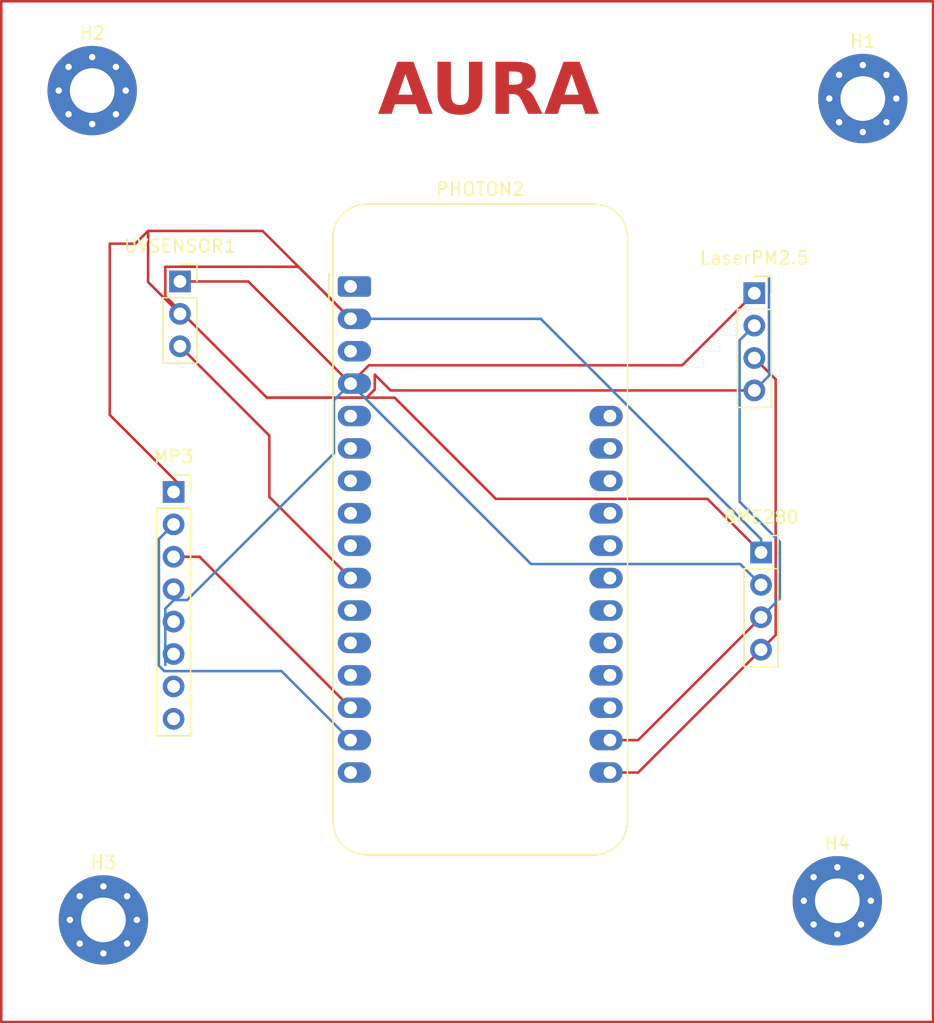
<source format=kicad_pcb>
(kicad_pcb (version 20240108) (generator "pcbnew") (generator_version "8.0")
  (layers (0 "F.Cu" signal) (31 "B.Cu" signal) (34 "B.Paste" user) (35 "F.Paste" user) (36 "B.SilkS" user "B.Silkscreen") (37 "F.SilkS" user "F.Silkscreen") (38 "B.Mask" user) (39 "F.Mask" user) (44 "Edge.Cuts" user))
  (net 0 "")
  (net 3 "Net-(PHOTON2-A5)")
  (net 23 "Net-(BME280-Pin_4)")
  (net 24 "Net-(BME280-Pin_2)")
  (net 25 "Net-(BME280-Pin_1)")
  (net 26 "Net-(BME280-Pin_3)")
  (net 28 "Net-(MP3-Pin_2)")
  (net 29 "Net-(MP3-Pin_3)")
  (footprint "MountingHole:MountingHole_3.5mm_Pad_Via" (layer "F.Cu") (at 162 53.125)
    (property "Reference" "H1" (at 0 -4.5 0) (layer "F.SilkS"))
    (property "Value" "MountingHole")
    (pad "1" thru_hole circle (at -2.625 0) (size 0.8 0.8) (drill 0.5) (layers "*.Cu" "*.Mask"))
    (pad "1" thru_hole circle (at -1.856155 -1.856155) (size 0.8 0.8) (drill 0.5) (layers "*.Cu" "*.Mask"))
    (pad "1" thru_hole circle (at -1.856155 1.856155) (size 0.8 0.8) (drill 0.5) (layers "*.Cu" "*.Mask"))
    (pad "1" thru_hole circle (at 0 -2.625) (size 0.8 0.8) (drill 0.5) (layers "*.Cu" "*.Mask"))
    (pad "1" thru_hole circle (at 0 0) (size 7 7) (drill 3.5) (layers "*.Cu" "*.Mask"))
    (pad "1" thru_hole circle (at 0 2.625) (size 0.8 0.8) (drill 0.5) (layers "*.Cu" "*.Mask"))
    (pad "1" thru_hole circle (at 1.856155 -1.856155) (size 0.8 0.8) (drill 0.5) (layers "*.Cu" "*.Mask"))
    (pad "1" thru_hole circle (at 1.856155 1.856155) (size 0.8 0.8) (drill 0.5) (layers "*.Cu" "*.Mask"))
    (pad "1" thru_hole circle (at 2.625 0) (size 0.8 0.8) (drill 0.5) (layers "*.Cu" "*.Mask"))
  )
  (footprint "MountingHole:MountingHole_3.5mm_Pad_Via" (layer "F.Cu") (at 160 116)
    (property "Reference" "H4" (at 0 -4.5 0) (layer "F.SilkS"))
    (property "Value" "MountingHole")
    (pad "1" thru_hole circle (at -2.625 0) (size 0.8 0.8) (drill 0.5) (layers "*.Cu" "*.Mask"))
    (pad "1" thru_hole circle (at -1.856155 -1.856155) (size 0.8 0.8) (drill 0.5) (layers "*.Cu" "*.Mask"))
    (pad "1" thru_hole circle (at -1.856155 1.856155) (size 0.8 0.8) (drill 0.5) (layers "*.Cu" "*.Mask"))
    (pad "1" thru_hole circle (at 0 -2.625) (size 0.8 0.8) (drill 0.5) (layers "*.Cu" "*.Mask"))
    (pad "1" thru_hole circle (at 0 0) (size 7 7) (drill 3.5) (layers "*.Cu" "*.Mask"))
    (pad "1" thru_hole circle (at 0 2.625) (size 0.8 0.8) (drill 0.5) (layers "*.Cu" "*.Mask"))
    (pad "1" thru_hole circle (at 1.856155 -1.856155) (size 0.8 0.8) (drill 0.5) (layers "*.Cu" "*.Mask"))
    (pad "1" thru_hole circle (at 1.856155 1.856155) (size 0.8 0.8) (drill 0.5) (layers "*.Cu" "*.Mask"))
    (pad "1" thru_hole circle (at 2.625 0) (size 0.8 0.8) (drill 0.5) (layers "*.Cu" "*.Mask"))
  )
  (footprint "Module:Adafruit_Feather" (layer "F.Cu") (at 121.865 67.85)
    (property "Reference" "PHOTON2" (at 10.16 -7.62 0) (layer "F.SilkS"))
    (property "Value" "Adafruit_Feather_Generic")
    (fp_line (start -1.7 1) (end -1.7 -1) (stroke (width 0.12)) (layer "F.SilkS"))
    (fp_line (start -1.38 -3.81) (end -1.38 41.91) (stroke (width 0.12)) (layer "F.SilkS"))
    (fp_line (start 19.05 -6.46) (end 1.27 -6.46) (stroke (width 0.12)) (layer "F.SilkS"))
    (fp_line (start 19.05 44.56) (end 1.27 44.56) (stroke (width 0.12)) (layer "F.SilkS"))
    (fp_line (start 21.7 -3.81) (end 21.7 41.91) (stroke (width 0.12)) (layer "F.SilkS"))
    (fp_arc (start -1.38 -3.81) (mid -0.603833 -5.683833) (end 1.27 -6.46) (stroke (width 0.12)) (layer "F.SilkS"))
    (fp_arc (start 1.27 44.56) (mid -0.603833 43.783833) (end -1.38 41.91) (stroke (width 0.12)) (layer "F.SilkS"))
    (fp_arc (start 19.05 -6.46) (mid 20.923833 -5.683833) (end 21.7 -3.81) (stroke (width 0.12)) (layer "F.SilkS"))
    (fp_arc (start 21.7 41.91) (mid 20.923833 43.783833) (end 19.05 44.56) (stroke (width 0.12)) (layer "F.SilkS"))
    (pad "1" thru_hole roundrect (at 0 0) (size 2.6 1.6) (drill 1 (offset 0.3 0)) (layers "*.Cu" "*.Mask") (roundrect_rratio 0.15625))
    (pad "2" thru_hole oval (at 0 2.54) (size 2.6 1.6) (drill 1 (offset 0.3 0)) (layers "*.Cu" "*.Mask") (net 25 "Net-(BME280-Pin_1)"))
    (pad "3" thru_hole oval (at 0 5.08) (size 2.6 1.6) (drill 1 (offset 0.3 0)) (layers "*.Cu" "*.Mask"))
    (pad "4" thru_hole oval (at 0 7.62) (size 2.6 1.6) (drill 1 (offset 0.3 0)) (layers "*.Cu" "*.Mask") (net 24 "Net-(BME280-Pin_2)"))
    (pad "5" thru_hole oval (at 0 10.16) (size 2.6 1.6) (drill 1 (offset 0.3 0)) (layers "*.Cu" "*.Mask"))
    (pad "6" thru_hole oval (at 0 12.7) (size 2.6 1.6) (drill 1 (offset 0.3 0)) (layers "*.Cu" "*.Mask"))
    (pad "7" thru_hole oval (at 0 15.24) (size 2.6 1.6) (drill 1 (offset 0.3 0)) (layers "*.Cu" "*.Mask"))
    (pad "8" thru_hole oval (at 0 17.78) (size 2.6 1.6) (drill 1 (offset 0.3 0)) (layers "*.Cu" "*.Mask"))
    (pad "9" thru_hole oval (at 0 20.32) (size 2.6 1.6) (drill 1 (offset 0.3 0)) (layers "*.Cu" "*.Mask"))
    (pad "10" thru_hole oval (at 0 22.86) (size 2.6 1.6) (drill 1 (offset 0.3 0)) (layers "*.Cu" "*.Mask") (net 3 "Net-(PHOTON2-A5)"))
    (pad "11" thru_hole oval (at 0 25.4) (size 2.6 1.6) (drill 1 (offset 0.3 0)) (layers "*.Cu" "*.Mask"))
    (pad "12" thru_hole oval (at 0 27.94) (size 2.6 1.6) (drill 1 (offset 0.3 0)) (layers "*.Cu" "*.Mask"))
    (pad "13" thru_hole oval (at 0 30.48) (size 2.6 1.6) (drill 1 (offset 0.3 0)) (layers "*.Cu" "*.Mask"))
    (pad "14" thru_hole oval (at 0 33.02) (size 2.6 1.6) (drill 1 (offset 0.3 0)) (layers "*.Cu" "*.Mask") (net 29 "Net-(MP3-Pin_3)"))
    (pad "15" thru_hole oval (at 0 35.56) (size 2.6 1.6) (drill 1 (offset 0.3 0)) (layers "*.Cu" "*.Mask") (net 28 "Net-(MP3-Pin_2)"))
    (pad "16" thru_hole oval (at 0 38.1) (size 2.6 1.6) (drill 1 (offset 0.3 0)) (layers "*.Cu" "*.Mask"))
    (pad "17" thru_hole oval (at 20.32 38.1 180) (size 2.6 1.6) (drill 1 (offset 0.3 0)) (layers "*.Cu" "*.Mask") (net 23 "Net-(BME280-Pin_4)"))
    (pad "18" thru_hole oval (at 20.32 35.56 180) (size 2.6 1.6) (drill 1 (offset 0.3 0)) (layers "*.Cu" "*.Mask") (net 26 "Net-(BME280-Pin_3)"))
    (pad "19" thru_hole oval (at 20.32 33.02 180) (size 2.6 1.6) (drill 1 (offset 0.3 0)) (layers "*.Cu" "*.Mask"))
    (pad "20" thru_hole oval (at 20.32 30.48 180) (size 2.6 1.6) (drill 1 (offset 0.3 0)) (layers "*.Cu" "*.Mask"))
    (pad "21" thru_hole oval (at 20.32 27.94 180) (size 2.6 1.6) (drill 1 (offset 0.3 0)) (layers "*.Cu" "*.Mask"))
    (pad "22" thru_hole oval (at 20.32 25.4 180) (size 2.6 1.6) (drill 1 (offset 0.3 0)) (layers "*.Cu" "*.Mask"))
    (pad "23" thru_hole oval (at 20.32 22.86 180) (size 2.6 1.6) (drill 1 (offset 0.3 0)) (layers "*.Cu" "*.Mask"))
    (pad "24" thru_hole oval (at 20.32 20.32 180) (size 2.6 1.6) (drill 1 (offset 0.3 0)) (layers "*.Cu" "*.Mask"))
    (pad "25" thru_hole oval (at 20.32 17.78 180) (size 2.6 1.6) (drill 1 (offset 0.3 0)) (layers "*.Cu" "*.Mask"))
    (pad "26" thru_hole oval (at 20.32 15.24 180) (size 2.6 1.6) (drill 1 (offset 0.3 0)) (layers "*.Cu" "*.Mask"))
    (pad "27" thru_hole oval (at 20.32 12.7 180) (size 2.6 1.6) (drill 1 (offset 0.3 0)) (layers "*.Cu" "*.Mask"))
    (pad "28" thru_hole oval (at 20.32 10.16 180) (size 2.6 1.6) (drill 1 (offset 0.3 0)) (layers "*.Cu" "*.Mask"))
  )
  (footprint "Connector_PinSocket_2.54mm:PinSocket_1x04_P2.54mm_Vertical" (layer "F.Cu") (at 154.025 88.7)
    (property "Reference" "BME280" (at 0 -2.77 0) (layer "F.SilkS"))
    (property "Value" "Conn_01x04")
    (fp_line (start -1.33 1.27) (end -1.33 8.95) (stroke (width 0.12)) (layer "F.SilkS"))
    (fp_line (start -1.33 1.27) (end 1.33 1.27) (stroke (width 0.12)) (layer "F.SilkS"))
    (fp_line (start -1.33 8.95) (end 1.33 8.95) (stroke (width 0.12)) (layer "F.SilkS"))
    (fp_line (start 0 -1.33) (end 1.33 -1.33) (stroke (width 0.12)) (layer "F.SilkS"))
    (fp_line (start 1.33 -1.33) (end 1.33 0) (stroke (width 0.12)) (layer "F.SilkS"))
    (fp_line (start 1.33 1.27) (end 1.33 8.95) (stroke (width 0.12)) (layer "F.SilkS"))
    (pad "1" thru_hole rect (at 0 0) (size 1.7 1.7) (drill 1) (layers "*.Cu" "*.Mask") (net 25 "Net-(BME280-Pin_1)"))
    (pad "2" thru_hole oval (at 0 2.54) (size 1.7 1.7) (drill 1) (layers "*.Cu" "*.Mask") (net 24 "Net-(BME280-Pin_2)"))
    (pad "3" thru_hole oval (at 0 5.08) (size 1.7 1.7) (drill 1) (layers "*.Cu" "*.Mask") (net 26 "Net-(BME280-Pin_3)"))
    (pad "4" thru_hole oval (at 0 7.62) (size 1.7 1.7) (drill 1) (layers "*.Cu" "*.Mask") (net 23 "Net-(BME280-Pin_4)"))
  )
  (footprint "Connector_PinSocket_2.54mm:PinSocket_1x03_P2.54mm_Vertical" (layer "F.Cu") (at 108.5 67.46)
    (property "Reference" "UVSENSOR1" (at 0 -2.77 0) (layer "F.SilkS"))
    (property "Value" "Conn_01x03")
    (fp_line (start -1.33 1.27) (end -1.33 6.41) (stroke (width 0.12)) (layer "F.SilkS"))
    (fp_line (start -1.33 1.27) (end 1.33 1.27) (stroke (width 0.12)) (layer "F.SilkS"))
    (fp_line (start -1.33 6.41) (end 1.33 6.41) (stroke (width 0.12)) (layer "F.SilkS"))
    (fp_line (start 0 -1.33) (end 1.33 -1.33) (stroke (width 0.12)) (layer "F.SilkS"))
    (fp_line (start 1.33 -1.33) (end 1.33 0) (stroke (width 0.12)) (layer "F.SilkS"))
    (fp_line (start 1.33 1.27) (end 1.33 6.41) (stroke (width 0.12)) (layer "F.SilkS"))
    (pad "1" thru_hole rect (at 0 0) (size 1.7 1.7) (drill 1) (layers "*.Cu" "*.Mask") (net 24 "Net-(BME280-Pin_2)"))
    (pad "2" thru_hole oval (at 0 2.54) (size 1.7 1.7) (drill 1) (layers "*.Cu" "*.Mask") (net 25 "Net-(BME280-Pin_1)"))
    (pad "3" thru_hole oval (at 0 5.08) (size 1.7 1.7) (drill 1) (layers "*.Cu" "*.Mask") (net 3 "Net-(PHOTON2-A5)"))
  )
  (footprint "Connector_PinSocket_2.54mm:PinSocket_1x04_P2.54mm_Vertical" (layer "F.Cu") (at 153.5 68.38)
    (property "Reference" "LaserPM2.5" (at 0 -2.77 0) (layer "F.SilkS"))
    (property "Value" "Conn_01x04")
    (fp_line (start -1.33 1.27) (end -1.33 8.95) (stroke (width 0.12)) (layer "F.SilkS"))
    (fp_line (start -1.33 1.27) (end 1.33 1.27) (stroke (width 0.12)) (layer "F.SilkS"))
    (fp_line (start -1.33 8.95) (end 1.33 8.95) (stroke (width 0.12)) (layer "F.SilkS"))
    (fp_line (start 0 -1.33) (end 1.33 -1.33) (stroke (width 0.12)) (layer "F.SilkS"))
    (fp_line (start 1.33 -1.33) (end 1.33 0) (stroke (width 0.12)) (layer "F.SilkS"))
    (fp_line (start 1.33 1.27) (end 1.33 8.95) (stroke (width 0.12)) (layer "F.SilkS"))
    (pad "1" thru_hole rect (at 0 0) (size 1.7 1.7) (drill 1) (layers "*.Cu" "*.Mask") (net 24 "Net-(BME280-Pin_2)"))
    (pad "2" thru_hole oval (at 0 2.54) (size 1.7 1.7) (drill 1) (layers "*.Cu" "*.Mask") (net 26 "Net-(BME280-Pin_3)"))
    (pad "3" thru_hole oval (at 0 5.08) (size 1.7 1.7) (drill 1) (layers "*.Cu" "*.Mask") (net 23 "Net-(BME280-Pin_4)"))
    (pad "4" thru_hole oval (at 0 7.62) (size 1.7 1.7) (drill 1) (layers "*.Cu" "*.Mask") (net 25 "Net-(BME280-Pin_1)"))
  )
  (footprint "MountingHole:MountingHole_3.5mm_Pad_Via" (layer "F.Cu") (at 102.5 117.5)
    (property "Reference" "H3" (at 0 -4.5 0) (layer "F.SilkS"))
    (property "Value" "MountingHole")
    (pad "1" thru_hole circle (at -2.625 0) (size 0.8 0.8) (drill 0.5) (layers "*.Cu" "*.Mask"))
    (pad "1" thru_hole circle (at -1.856155 -1.856155) (size 0.8 0.8) (drill 0.5) (layers "*.Cu" "*.Mask"))
    (pad "1" thru_hole circle (at -1.856155 1.856155) (size 0.8 0.8) (drill 0.5) (layers "*.Cu" "*.Mask"))
    (pad "1" thru_hole circle (at 0 -2.625) (size 0.8 0.8) (drill 0.5) (layers "*.Cu" "*.Mask"))
    (pad "1" thru_hole circle (at 0 0) (size 7 7) (drill 3.5) (layers "*.Cu" "*.Mask"))
    (pad "1" thru_hole circle (at 0 2.625) (size 0.8 0.8) (drill 0.5) (layers "*.Cu" "*.Mask"))
    (pad "1" thru_hole circle (at 1.856155 -1.856155) (size 0.8 0.8) (drill 0.5) (layers "*.Cu" "*.Mask"))
    (pad "1" thru_hole circle (at 1.856155 1.856155) (size 0.8 0.8) (drill 0.5) (layers "*.Cu" "*.Mask"))
    (pad "1" thru_hole circle (at 2.625 0) (size 0.8 0.8) (drill 0.5) (layers "*.Cu" "*.Mask"))
  )
  (footprint "MountingHole:MountingHole_3.5mm_Pad_Via" (layer "F.Cu") (at 101.625 52.5)
    (property "Reference" "H2" (at 0 -4.5 0) (layer "F.SilkS"))
    (property "Value" "MountingHole")
    (pad "1" thru_hole circle (at -2.625 0) (size 0.8 0.8) (drill 0.5) (layers "*.Cu" "*.Mask"))
    (pad "1" thru_hole circle (at -1.856155 -1.856155) (size 0.8 0.8) (drill 0.5) (layers "*.Cu" "*.Mask"))
    (pad "1" thru_hole circle (at -1.856155 1.856155) (size 0.8 0.8) (drill 0.5) (layers "*.Cu" "*.Mask"))
    (pad "1" thru_hole circle (at 0 -2.625) (size 0.8 0.8) (drill 0.5) (layers "*.Cu" "*.Mask"))
    (pad "1" thru_hole circle (at 0 0) (size 7 7) (drill 3.5) (layers "*.Cu" "*.Mask"))
    (pad "1" thru_hole circle (at 0 2.625) (size 0.8 0.8) (drill 0.5) (layers "*.Cu" "*.Mask"))
    (pad "1" thru_hole circle (at 1.856155 -1.856155) (size 0.8 0.8) (drill 0.5) (layers "*.Cu" "*.Mask"))
    (pad "1" thru_hole circle (at 1.856155 1.856155) (size 0.8 0.8) (drill 0.5) (layers "*.Cu" "*.Mask"))
    (pad "1" thru_hole circle (at 2.625 0) (size 0.8 0.8) (drill 0.5) (layers "*.Cu" "*.Mask"))
  )
  (footprint "Connector_PinSocket_2.54mm:PinSocket_1x08_P2.54mm_Vertical" (layer "F.Cu") (at 108 83.96)
    (property "Reference" "MP3" (at 0 -2.77 0) (layer "F.SilkS"))
    (property "Value" "Conn_01x08")
    (fp_line (start -1.33 1.27) (end -1.33 19.11) (stroke (width 0.12)) (layer "F.SilkS"))
    (fp_line (start -1.33 1.27) (end 1.33 1.27) (stroke (width 0.12)) (layer "F.SilkS"))
    (fp_line (start -1.33 19.11) (end 1.33 19.11) (stroke (width 0.12)) (layer "F.SilkS"))
    (fp_line (start 0 -1.33) (end 1.33 -1.33) (stroke (width 0.12)) (layer "F.SilkS"))
    (fp_line (start 1.33 -1.33) (end 1.33 0) (stroke (width 0.12)) (layer "F.SilkS"))
    (fp_line (start 1.33 1.27) (end 1.33 19.11) (stroke (width 0.12)) (layer "F.SilkS"))
    (pad "1" thru_hole rect (at 0 0) (size 1.7 1.7) (drill 1) (layers "*.Cu" "*.Mask") (net 25 "Net-(BME280-Pin_1)"))
    (pad "2" thru_hole oval (at 0 2.54) (size 1.7 1.7) (drill 1) (layers "*.Cu" "*.Mask") (net 28 "Net-(MP3-Pin_2)"))
    (pad "3" thru_hole oval (at 0 5.08) (size 1.7 1.7) (drill 1) (layers "*.Cu" "*.Mask") (net 29 "Net-(MP3-Pin_3)"))
    (pad "4" thru_hole oval (at 0 7.62) (size 1.7 1.7) (drill 1) (layers "*.Cu" "*.Mask"))
    (pad "5" thru_hole oval (at 0 10.16) (size 1.7 1.7) (drill 1) (layers "*.Cu" "*.Mask"))
    (pad "6" thru_hole oval (at 0 12.7) (size 1.7 1.7) (drill 1) (layers "*.Cu" "*.Mask"))
    (pad "7" thru_hole oval (at 0 15.24) (size 1.7 1.7) (drill 1) (layers "*.Cu" "*.Mask") (net 24 "Net-(BME280-Pin_2)"))
    (pad "8" thru_hole oval (at 0 17.78) (size 1.7 1.7) (drill 1) (layers "*.Cu" "*.Mask"))
  )
  (gr_line (start 94.5 125.5) (end 167.5 125.5) (stroke (width 0.2)) (layer "F.Cu"))
  (gr_line (start 94.5 125.5) (end 94.5 45.5) (stroke (width 0.2)) (layer "F.Cu"))
  (gr_line (start 167.5 125.5) (end 167.5 45.5) (stroke (width 0.2)) (layer "F.Cu"))
  (gr_line (start 167.5 45.5) (end 94.5 45.5) (stroke (width 0.2)) (layer "F.Cu"))
  (gr_text "AURA" (at 124 55 0) (layer "F.Cu") (effects (font (size 4 4) (thickness 0.3) (bold yes)) (justify left bottom)))
  (segment (start 108.5 72.54) (end 115.5 79.54) (width 0.2) (layer "F.Cu") (net 3))
  (segment (start 115.5 79.54) (end 115.5 84.345) (width 0.2) (layer "F.Cu") (net 3))
  (segment (start 115.5 84.345) (end 121.865 90.71) (width 0.2) (layer "F.Cu") (net 3))
  (segment (start 155.175 95.17) (end 154.025 96.32) (width 0.2) (layer "F.Cu") (net 23))
  (segment (start 154.025 96.32) (end 144.395 105.95) (width 0.2) (layer "F.Cu") (net 23))
  (segment (start 153.5 73.46) (end 155.175 75.135) (width 0.2) (layer "F.Cu") (net 23))
  (segment (start 155.175 75.135) (end 155.175 95.17) (width 0.2) (layer "F.Cu") (net 23))
  (segment (start 144.395 105.95) (end 142.185 105.95) (width 0.2) (layer "F.Cu") (net 23))
  (segment (start 108.5 67.46) (end 113.855 67.46) (width 0.2) (layer "F.Cu") (net 24))
  (segment (start 147.85 74.03) (end 123.305 74.03) (width 0.2) (layer "F.Cu") (net 24))
  (segment (start 153.5 68.38) (end 147.85 74.03) (width 0.2) (layer "F.Cu") (net 24))
  (segment (start 108.5 98.66) (end 108.5 99) (width 0.2) (layer "F.Cu") (net 24))
  (segment (start 123.305 74.03) (end 121.865 75.47) (width 0.2) (layer "F.Cu") (net 24))
  (segment (start 113.855 67.46) (end 121.865 75.47) (width 0.2) (layer "F.Cu") (net 24))
  (segment (start 107.35 97.51) (end 107.35 93.103654) (width 0.2) (layer "B.Cu") (net 24))
  (segment (start 136.005 89.61) (end 121.865 75.47) (width 0.2) (layer "B.Cu") (net 24))
  (segment (start 108.023654 92.43) (end 109.07 92.43) (width 0.2) (layer "B.Cu") (net 24))
  (segment (start 152.395 89.61) (end 136.005 89.61) (width 0.2) (layer "B.Cu") (net 24))
  (segment (start 120.565 76.77) (end 121.865 75.47) (width 0.2) (layer "B.Cu") (net 24))
  (segment (start 120.565 80.935) (end 120.565 76.77) (width 0.2) (layer "B.Cu") (net 24))
  (segment (start 109.07 92.43) (end 120.565 80.935) (width 0.2) (layer "B.Cu") (net 24))
  (segment (start 154.025 91.24) (end 152.395 89.61) (width 0.2) (layer "B.Cu") (net 24))
  (segment (start 107.35 93.103654) (end 108.023654 92.43) (width 0.2) (layer "B.Cu") (net 24))
  (segment (start 115.31 76.57) (end 107.35 68.61) (width 0.2) (layer "F.Cu") (net 25))
  (segment (start 106 63.5) (end 114.975 63.5) (width 0.2) (layer "F.Cu") (net 25))
  (segment (start 103 77.92) (end 103 64.5) (width 0.2) (layer "F.Cu") (net 25))
  (segment (start 114.975 63.5) (end 121.865 70.39) (width 0.2) (layer "F.Cu") (net 25))
  (segment (start 123.765 74.765) (end 123.765 75.925635) (width 0.2) (layer "F.Cu") (net 25))
  (segment (start 105 64.5) (end 106 63.5) (width 0.2) (layer "F.Cu") (net 25))
  (segment (start 149.825 84.5) (end 133.250635 84.5) (width 0.2) (layer "F.Cu") (net 25))
  (segment (start 125.320635 76.57) (end 115.31 76.57) (width 0.2) (layer "F.Cu") (net 25))
  (segment (start 117.785 66.31) (end 121.865 70.39) (width 0.2) (layer "F.Cu") (net 25))
  (segment (start 107.35 68.61) (end 107.35 66.31) (width 0.2) (layer "F.Cu") (net 25))
  (segment (start 123.120635 76.57) (end 115.31 76.57) (width 0.2) (layer "F.Cu") (net 25))
  (segment (start 153.5 76) (end 125 76) (width 0.2) (layer "F.Cu") (net 25))
  (segment (start 107.35 66.31) (end 117.785 66.31) (width 0.2) (layer "F.Cu") (net 25))
  (segment (start 108.5 83.42) (end 103 77.92) (width 0.2) (layer "F.Cu") (net 25))
  (segment (start 154.025 88.7) (end 149.825 84.5) (width 0.2) (layer "F.Cu") (net 25))
  (segment (start 106 67.5) (end 106 63.5) (width 0.2) (layer "F.Cu") (net 25))
  (segment (start 108.5 70) (end 106 67.5) (width 0.2) (layer "F.Cu") (net 25))
  (segment (start 133.250635 84.5) (end 125.320635 76.57) (width 0.2) (layer "F.Cu") (net 25))
  (segment (start 123.765 75.925635) (end 123.120635 76.57) (width 0.2) (layer "F.Cu") (net 25))
  (segment (start 125 76) (end 123.765 74.765) (width 0.2) (layer "F.Cu") (net 25))
  (segment (start 103 64.5) (end 105 64.5) (width 0.2) (layer "F.Cu") (net 25))
  (segment (start 154.025 88.7) (end 154.025 87.65) (width 0.2) (layer "B.Cu") (net 25))
  (segment (start 153.5 76) (end 154.65 74.85) (width 0.2) (layer "B.Cu") (net 25))
  (segment (start 154.025 87.65) (end 136.765 70.39) (width 0.2) (layer "B.Cu") (net 25))
  (segment (start 154.025 88.7) (end 154.65 88.075) (width 0.2) (layer "B.Cu") (net 25))
  (segment (start 154.65 74.85) (end 154.65 67.23) (width 0.2) (layer "B.Cu") (net 25))
  (segment (start 136.765 70.39) (end 121.865 70.39) (width 0.2) (layer "B.Cu") (net 25))
  (segment (start 144.395 103.41) (end 142.185 103.41) (width 0.2) (layer "F.Cu") (net 26))
  (segment (start 154.025 93.78) (end 144.395 103.41) (width 0.2) (layer "F.Cu") (net 26))
  (segment (start 155.5 87.875) (end 155.5 92.305) (width 0.2) (layer "B.Cu") (net 26))
  (segment (start 152.35 84.725) (end 155.5 87.875) (width 0.2) (layer "B.Cu") (net 26))
  (segment (start 153.5 70.92) (end 152.35 72.07) (width 0.2) (layer "B.Cu") (net 26))
  (segment (start 152.35 72.07) (end 152.35 84.725) (width 0.2) (layer "B.Cu") (net 26))
  (segment (start 155.5 92.305) (end 154.025 93.78) (width 0.2) (layer "B.Cu") (net 26))
  (segment (start 108 86.5) (end 106.85 87.65) (width 0.2) (layer "B.Cu") (net 28))
  (segment (start 106.85 87.65) (end 106.85 97.575685) (width 0.2) (layer "B.Cu") (net 28))
  (segment (start 107.274315 98) (end 116.455 98) (width 0.2) (layer "B.Cu") (net 28))
  (segment (start 106.85 97.575685) (end 107.274315 98) (width 0.2) (layer "B.Cu") (net 28))
  (segment (start 116.455 98) (end 121.865 103.41) (width 0.2) (layer "B.Cu") (net 28))
  (segment (start 108.5 88.5) (end 108.5 89.260635) (width 0.2) (layer "F.Cu") (net 29))
  (segment (start 110.035 89.04) (end 121.865 100.87) (width 0.2) (layer "F.Cu") (net 29))
  (segment (start 108 89.04) (end 110.035 89.04) (width 0.2) (layer "F.Cu") (net 29))
)
</source>
